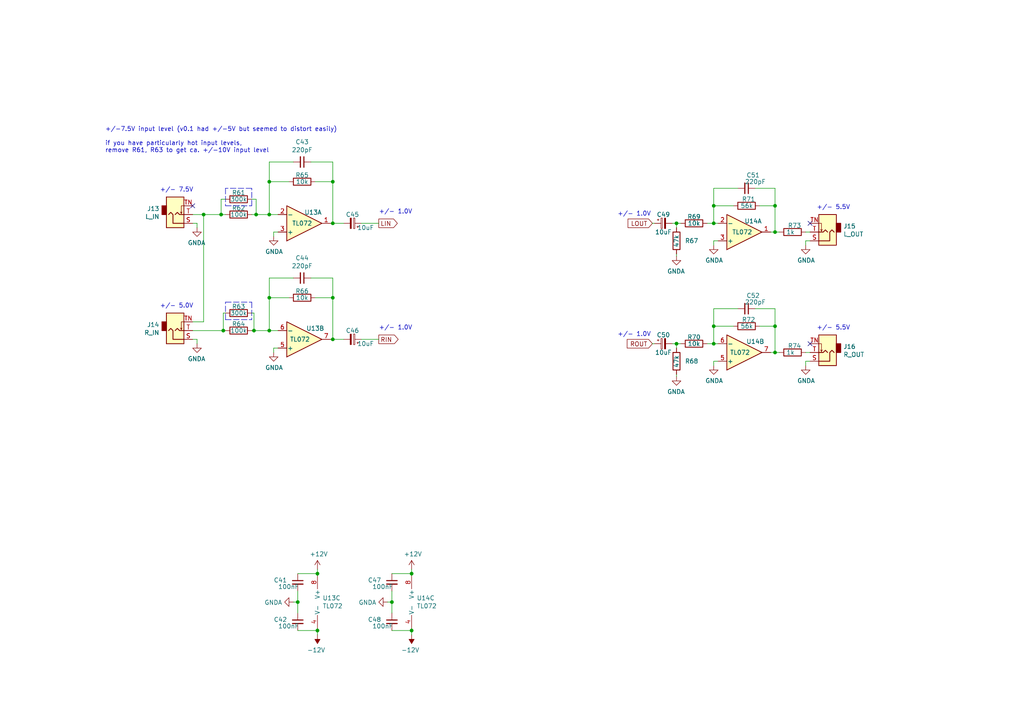
<source format=kicad_sch>
(kicad_sch (version 20211123) (generator eeschema)
  (paper "A4")
  (lib_symbols
    (symbol "Amplifier_Operational:TL072" (pin_names (offset 0.127))
      (property "Reference" "U" (at 0 5.08 0))
      (property "Value" "TL072" (at 0 -5.08 0))
      (symbol "TL072_1_1"
        (polyline (pts (xy -5.08 5.08) (xy 5.08 0) (xy -5.08 -5.08) (xy -5.08 5.08)) (stroke (width 0.254)) (fill (type background)))
        (pin output line (at 7.62 0 180) (length 2.54) (name "~") (number "1"))
        (pin input line (at -7.62 -2.54 0) (length 2.54) (name "-") (number "2"))
        (pin input line (at -7.62 2.54 0) (length 2.54) (name "+") (number "3"))
      )
      (symbol "TL072_2_1"
        (polyline (pts (xy -5.08 5.08) (xy 5.08 0) (xy -5.08 -5.08) (xy -5.08 5.08)) (stroke (width 0.254)) (fill (type background)))
        (pin input line (at -7.62 2.54 0) (length 2.54) (name "+") (number "5"))
        (pin input line (at -7.62 -2.54 0) (length 2.54) (name "-") (number "6"))
        (pin output line (at 7.62 0 180) (length 2.54) (name "~") (number "7"))
      )
      (symbol "TL072_3_1"
        (pin power_in line (at -2.54 -7.62 90) (length 3.81) (name "V-") (number "4"))
        (pin power_in line (at -2.54 7.62 270) (length 3.81) (name "V+") (number "8"))
      )
    )
    (symbol "Connector:AudioJack2_SwitchT"
      (property "Reference" "J" (at 0 8.89 0))
      (property "Value" "AudioJack2_SwitchT" (at 0 6.35 0))
      (symbol "AudioJack2_SwitchT_0_1"
        (rectangle (start -2.54 0) (end -3.81 -2.54) (stroke (width 0.254)) (fill (type outline)))
        (polyline (pts (xy 1.778 -0.254) (xy 2.032 -0.762)))
        (polyline (pts (xy 0 0) (xy 0.635 -0.635) (xy 1.27 0) (xy 2.54 0)) (stroke (width 0.254)))
        (polyline (pts (xy 2.54 -2.54) (xy 1.778 -2.54) (xy 1.778 -0.254) (xy 1.524 -0.762)))
        (polyline (pts (xy 2.54 2.54) (xy -0.635 2.54) (xy -0.635 0) (xy -1.27 -0.635) (xy -1.905 0)) (stroke (width 0.254)))
        (rectangle (start 2.54 3.81) (end -2.54 -5.08) (stroke (width 0.254)) (fill (type background)))
      )
      (symbol "AudioJack2_SwitchT_1_1"
        (pin passive line (at 5.08 2.54 180) (length 2.54) (name "~") (number "S"))
        (pin passive line (at 5.08 0 180) (length 2.54) (name "~") (number "T"))
        (pin passive line (at 5.08 -2.54 180) (length 2.54) (name "~") (number "TN"))
      )
    )
    (symbol "Device:C_Polarized_Small" (pin_numbers hide) (pin_names (offset 0.254) hide)
      (property "Reference" "C" (at 0.254 1.778 0))
      (property "Value" "C_Polarized_Small" (at 0.254 -2.032 0))
      (symbol "C_Polarized_Small_0_1"
        (rectangle (start -1.524 -0.3048) (end 1.524 -0.6858) (fill (type outline)))
        (rectangle (start -1.524 0.6858) (end 1.524 0.3048))
        (polyline (pts (xy -1.27 1.524) (xy -0.762 1.524)))
        (polyline (pts (xy -1.016 1.27) (xy -1.016 1.778)))
      )
      (symbol "C_Polarized_Small_1_1"
        (pin passive line (at 0 2.54 270) (length 1.8542) (name "~") (number "1"))
        (pin passive line (at 0 -2.54 90) (length 1.8542) (name "~") (number "2"))
      )
    )
    (symbol "Device:C_Small" (pin_numbers hide) (pin_names (offset 0.254) hide)
      (property "Reference" "C" (at 0.254 1.778 0))
      (property "Value" "C_Small" (at 0.254 -2.032 0))
      (symbol "C_Small_0_1"
        (polyline (pts (xy -1.524 -0.508) (xy 1.524 -0.508)) (stroke (width 0.3302)))
        (polyline (pts (xy -1.524 0.508) (xy 1.524 0.508)) (stroke (width 0.3048)))
      )
      (symbol "C_Small_1_1"
        (pin passive line (at 0 2.54 270) (length 2.032) (name "~") (number "1"))
        (pin passive line (at 0 -2.54 90) (length 2.032) (name "~") (number "2"))
      )
    )
    (symbol "Device:R" (pin_numbers hide) (pin_names (offset 0))
      (property "Reference" "R" (at 2.032 0 90))
      (property "Value" "R" (at 0 0 90))
      (symbol "R_0_1"
        (rectangle (start -1.016 -2.54) (end 1.016 2.54) (stroke (width 0.254)))
      )
      (symbol "R_1_1"
        (pin passive line (at 0 3.81 270) (length 1.27) (name "~") (number "1"))
        (pin passive line (at 0 -3.81 90) (length 1.27) (name "~") (number "2"))
      )
    )
    (symbol "power:+12V" (power) (pin_names (offset 0))
      (property "Value" "+12V" (at 0 3.556 0))
      (symbol "+12V_0_1"
        (polyline (pts (xy -0.762 1.27) (xy 0 2.54)))
        (polyline (pts (xy 0 0) (xy 0 2.54)))
        (polyline (pts (xy 0 2.54) (xy 0.762 1.27)))
      )
      (symbol "+12V_1_1"
        (pin power_in line (at 0 0 90) (length 0) hide (name "+12V") (number "1"))
      )
    )
    (symbol "power:-12V" (power) (pin_names (offset 0))
      (property "Value" "-12V" (at 0 3.81 0))
      (symbol "-12V_0_0"
        (pin power_in line (at 0 0 90) (length 0) hide (name "-12V") (number "1"))
      )
      (symbol "-12V_0_1"
        (polyline (pts (xy 0 0) (xy 0 1.27) (xy 0.762 1.27) (xy 0 2.54) (xy -0.762 1.27) (xy 0 1.27)) (fill (type outline)))
      )
    )
    (symbol "power:GNDA" (power) (pin_names (offset 0))
      (property "Value" "GNDA" (at 0 -3.81 0))
      (symbol "GNDA_0_1"
        (polyline (pts (xy 0 0) (xy 0 -1.27) (xy 1.27 -1.27) (xy 0 -2.54) (xy -1.27 -1.27) (xy 0 -1.27)))
      )
      (symbol "GNDA_1_1"
        (pin power_in line (at 0 0 270) (length 0) hide (name "GNDA") (number "1"))
      )
    )
  )
  (junction (at 78.105 86.36))
  (junction (at 196.215 99.695))
  (junction (at 78.105 62.23))
  (junction (at 96.52 52.705))
  (junction (at 207.01 94.615))
  (junction (at 96.52 64.77))
  (junction (at 73.66 95.885))
  (junction (at 96.52 98.425))
  (junction (at 224.79 67.31))
  (junction (at 119.38 166.37))
  (junction (at 74.295 62.23))
  (junction (at 78.105 95.885))
  (junction (at 96.52 86.36))
  (junction (at 113.665 174.625))
  (junction (at 207.01 59.69))
  (junction (at 64.135 62.23))
  (junction (at 59.055 62.23))
  (junction (at 119.38 182.88))
  (junction (at 196.215 64.77))
  (junction (at 64.77 95.885))
  (junction (at 207.01 99.695))
  (junction (at 92.075 182.88))
  (junction (at 207.01 64.77))
  (junction (at 86.36 174.625))
  (junction (at 224.79 102.235))
  (junction (at 224.79 94.615))
  (junction (at 224.79 59.69))
  (junction (at 92.075 166.37))
  (junction (at 78.105 52.705))
  (no_connect (at 55.88 59.69))
  (no_connect (at 234.95 99.695))
  (no_connect (at 234.95 64.77))
  (wire (pts (xy 233.68 69.85) (xy 234.95 69.85)))
  (wire (pts (xy 207.01 54.61) (xy 213.995 54.61)))
  (wire (pts (xy 92.075 182.245) (xy 92.075 182.88)))
  (wire (pts (xy 64.135 62.23) (xy 65.405 62.23)))
  (polyline (pts (xy 65.405 59.69) (xy 73.025 59.69)))
  (wire (pts (xy 95.885 64.77) (xy 96.52 64.77)))
  (wire (pts (xy 224.79 67.31) (xy 223.52 67.31)))
  (wire (pts (xy 57.15 99.695) (xy 57.15 98.425)))
  (wire (pts (xy 91.44 52.705) (xy 96.52 52.705)))
  (wire (pts (xy 119.38 182.88) (xy 113.665 182.88)))
  (wire (pts (xy 96.52 80.645) (xy 96.52 86.36)))
  (wire (pts (xy 78.105 62.23) (xy 74.295 62.23)))
  (polyline (pts (xy 65.405 54.61) (xy 65.405 59.69)))
  (wire (pts (xy 79.375 102.235) (xy 79.375 100.965)))
  (wire (pts (xy 207.01 64.77) (xy 205.105 64.77)))
  (wire (pts (xy 78.105 95.885) (xy 80.645 95.885)))
  (polyline (pts (xy 73.025 54.61) (xy 65.405 54.61)))
  (wire (pts (xy 92.075 165.1) (xy 92.075 166.37)))
  (wire (pts (xy 91.44 86.36) (xy 96.52 86.36)))
  (wire (pts (xy 78.105 80.645) (xy 78.105 86.36)))
  (wire (pts (xy 86.36 174.625) (xy 86.36 171.45)))
  (wire (pts (xy 78.105 86.36) (xy 78.105 95.885)))
  (wire (pts (xy 208.28 64.77) (xy 207.01 64.77)))
  (wire (pts (xy 109.855 64.77) (xy 104.775 64.77)))
  (wire (pts (xy 59.055 62.23) (xy 59.055 93.345)))
  (wire (pts (xy 85.09 174.625) (xy 86.36 174.625)))
  (wire (pts (xy 95.885 98.425) (xy 96.52 98.425)))
  (wire (pts (xy 197.485 64.77) (xy 196.215 64.77)))
  (wire (pts (xy 96.52 86.36) (xy 96.52 98.425)))
  (wire (pts (xy 196.215 64.77) (xy 196.215 66.04)))
  (wire (pts (xy 109.855 98.425) (xy 104.775 98.425)))
  (wire (pts (xy 224.79 89.535) (xy 224.79 94.615)))
  (wire (pts (xy 207.01 106.045) (xy 207.01 104.775)))
  (wire (pts (xy 65.405 90.805) (xy 64.77 90.805)))
  (wire (pts (xy 233.68 71.12) (xy 233.68 69.85)))
  (wire (pts (xy 119.38 184.15) (xy 119.38 182.88)))
  (wire (pts (xy 92.075 184.15) (xy 92.075 182.88)))
  (wire (pts (xy 119.38 182.245) (xy 119.38 182.88)))
  (wire (pts (xy 207.01 94.615) (xy 207.01 89.535)))
  (wire (pts (xy 78.105 52.705) (xy 78.105 62.23)))
  (wire (pts (xy 224.79 54.61) (xy 224.79 59.69)))
  (wire (pts (xy 196.215 73.66) (xy 196.215 74.295)))
  (wire (pts (xy 233.68 104.775) (xy 234.95 104.775)))
  (wire (pts (xy 57.15 64.77) (xy 55.88 64.77)))
  (polyline (pts (xy 73.025 59.69) (xy 73.025 54.61)))
  (wire (pts (xy 207.01 99.695) (xy 207.01 94.615)))
  (wire (pts (xy 79.375 67.31) (xy 80.645 67.31)))
  (wire (pts (xy 86.36 177.8) (xy 86.36 174.625)))
  (wire (pts (xy 207.01 69.85) (xy 208.28 69.85)))
  (wire (pts (xy 74.295 62.23) (xy 73.025 62.23)))
  (wire (pts (xy 224.79 94.615) (xy 224.79 102.235)))
  (wire (pts (xy 207.01 59.69) (xy 207.01 54.61)))
  (wire (pts (xy 78.105 46.99) (xy 85.09 46.99)))
  (wire (pts (xy 112.395 174.625) (xy 113.665 174.625)))
  (wire (pts (xy 73.66 95.885) (xy 73.025 95.885)))
  (wire (pts (xy 194.945 64.77) (xy 196.215 64.77)))
  (wire (pts (xy 207.01 89.535) (xy 213.995 89.535)))
  (wire (pts (xy 224.79 59.69) (xy 224.79 67.31)))
  (wire (pts (xy 113.665 166.37) (xy 119.38 166.37)))
  (wire (pts (xy 57.15 98.425) (xy 55.88 98.425)))
  (wire (pts (xy 207.01 59.69) (xy 212.725 59.69)))
  (wire (pts (xy 207.01 104.775) (xy 208.28 104.775)))
  (wire (pts (xy 73.025 57.785) (xy 74.295 57.785)))
  (wire (pts (xy 57.15 66.04) (xy 57.15 64.77)))
  (wire (pts (xy 73.025 90.805) (xy 73.66 90.805)))
  (wire (pts (xy 78.105 52.705) (xy 78.105 46.99)))
  (wire (pts (xy 78.105 62.23) (xy 80.645 62.23)))
  (wire (pts (xy 78.105 80.645) (xy 85.09 80.645)))
  (wire (pts (xy 224.79 102.235) (xy 226.06 102.235)))
  (wire (pts (xy 90.17 80.645) (xy 96.52 80.645)))
  (polyline (pts (xy 65.405 92.71) (xy 65.405 87.63)))
  (wire (pts (xy 86.36 166.37) (xy 92.075 166.37)))
  (wire (pts (xy 219.075 89.535) (xy 224.79 89.535)))
  (wire (pts (xy 96.52 46.99) (xy 96.52 52.705)))
  (wire (pts (xy 78.105 95.885) (xy 73.66 95.885)))
  (wire (pts (xy 189.865 99.695) (xy 189.23 99.695)))
  (wire (pts (xy 224.79 102.235) (xy 223.52 102.235)))
  (wire (pts (xy 59.055 62.23) (xy 64.135 62.23)))
  (wire (pts (xy 207.01 71.12) (xy 207.01 69.85)))
  (wire (pts (xy 74.295 57.785) (xy 74.295 62.23)))
  (polyline (pts (xy 73.025 87.63) (xy 73.025 92.71)))
  (wire (pts (xy 196.215 108.585) (xy 196.215 109.22)))
  (wire (pts (xy 55.88 95.885) (xy 64.77 95.885)))
  (wire (pts (xy 207.01 64.77) (xy 207.01 59.69)))
  (polyline (pts (xy 65.405 87.63) (xy 73.025 87.63)))
  (wire (pts (xy 90.17 46.99) (xy 96.52 46.99)))
  (wire (pts (xy 194.945 99.695) (xy 196.215 99.695)))
  (wire (pts (xy 92.075 166.37) (xy 92.075 167.005)))
  (wire (pts (xy 189.865 64.77) (xy 189.23 64.77)))
  (wire (pts (xy 83.82 52.705) (xy 78.105 52.705)))
  (wire (pts (xy 197.485 99.695) (xy 196.215 99.695)))
  (wire (pts (xy 92.075 182.88) (xy 86.36 182.88)))
  (wire (pts (xy 196.215 99.695) (xy 196.215 100.965)))
  (wire (pts (xy 220.345 59.69) (xy 224.79 59.69)))
  (wire (pts (xy 99.695 98.425) (xy 96.52 98.425)))
  (wire (pts (xy 79.375 68.58) (xy 79.375 67.31)))
  (wire (pts (xy 64.77 90.805) (xy 64.77 95.885)))
  (wire (pts (xy 99.695 64.77) (xy 96.52 64.77)))
  (wire (pts (xy 224.79 67.31) (xy 226.06 67.31)))
  (wire (pts (xy 64.77 95.885) (xy 65.405 95.885)))
  (wire (pts (xy 220.345 94.615) (xy 224.79 94.615)))
  (wire (pts (xy 64.135 57.785) (xy 64.135 62.23)))
  (wire (pts (xy 233.68 106.045) (xy 233.68 104.775)))
  (wire (pts (xy 79.375 100.965) (xy 80.645 100.965)))
  (wire (pts (xy 233.68 102.235) (xy 234.95 102.235)))
  (wire (pts (xy 119.38 165.1) (xy 119.38 166.37)))
  (wire (pts (xy 219.075 54.61) (xy 224.79 54.61)))
  (wire (pts (xy 65.405 57.785) (xy 64.135 57.785)))
  (wire (pts (xy 119.38 166.37) (xy 119.38 167.005)))
  (wire (pts (xy 59.055 93.345) (xy 55.88 93.345)))
  (wire (pts (xy 83.82 86.36) (xy 78.105 86.36)))
  (wire (pts (xy 233.68 67.31) (xy 234.95 67.31)))
  (wire (pts (xy 113.665 177.8) (xy 113.665 174.625)))
  (wire (pts (xy 55.88 62.23) (xy 59.055 62.23)))
  (wire (pts (xy 207.01 94.615) (xy 212.725 94.615)))
  (wire (pts (xy 113.665 174.625) (xy 113.665 171.45)))
  (polyline (pts (xy 65.405 92.71) (xy 73.025 92.71)))
  (wire (pts (xy 73.66 90.805) (xy 73.66 95.885)))
  (wire (pts (xy 207.01 99.695) (xy 205.105 99.695)))
  (wire (pts (xy 96.52 52.705) (xy 96.52 64.77)))
  (wire (pts (xy 208.28 99.695) (xy 207.01 99.695)))
  (text "+/- 7.5V" (at 46.355 55.88 0) (effects (font (size 1.27 1.27)) (justify left bottom)))
  (text "+/-7.5V input level (v0.1 had +/-5V but seemed to distort easily)\n\nif you have particularly hot input levels,\nremove R61, R63 to get ca. +/-10V input level" (at 30.48 44.45 0) (effects (font (size 1.27 1.27)) (justify left bottom)))
  (text "+/- 1.0V" (at 179.07 97.79 0) (effects (font (size 1.27 1.27)) (justify left bottom)))
  (text "+/- 1.0V" (at 179.07 62.865 0) (effects (font (size 1.27 1.27)) (justify left bottom)))
  (text "+/- 5.0V" (at 46.355 89.535 0) (effects (font (size 1.27 1.27)) (justify left bottom)))
  (text "+/- 5.5V" (at 236.855 95.885 0) (effects (font (size 1.27 1.27)) (justify left bottom)))
  (text "+/- 1.0V" (at 109.855 62.23 0) (effects (font (size 1.27 1.27)) (justify left bottom)))
  (text "+/- 5.5V" (at 236.855 60.96 0) (effects (font (size 1.27 1.27)) (justify left bottom)))
  (text "+/- 1.0V" (at 109.855 95.885 0) (effects (font (size 1.27 1.27)) (justify left bottom)))
  (global_label "RIN" (shape output) (at 109.855 98.425 0) (property "Intersheet References" "${INTERSHEET_REFS}" (effects hide)))
  (global_label "LIN" (shape output) (at 109.855 64.77 0) (property "Intersheet References" "${INTERSHEET_REFS}" (effects hide)))
  (global_label "LOUT" (shape input) (at 189.23 64.77 180) (property "Intersheet References" "${INTERSHEET_REFS}" (effects hide)))
  (global_label "ROUT" (shape input) (at 189.23 99.695 180) (property "Intersheet References" "${INTERSHEET_REFS}" (effects hide)))
  (symbol (lib_id "Amplifier_Operational:TL072") (at 88.265 98.425 0) (mirror x) (unit 2)
    (property "Reference" "U13" (at 91.44 95.25 0))
    (property "Value" "TL072" (at 86.995 98.425 0))
    (property "Footprint" "foots:SOIC-8-1EP_3.9x4.9mm_P1.27mm_EP2.29x3mm_3D" (effects hide))
    (property "Datasheet" "http://www.ti.com/lit/ds/symlink/tl071.pdf" (effects hide))
    (property "LCSC" "C6961" (effects hide))
  )
  (symbol (lib_id "Device:R") (at 69.215 90.805 90) (mirror x) (unit 1)
    (property "Reference" "R63" (at 69.215 88.9 90))
    (property "Value" "300k" (at 69.215 90.805 90))
    (property "Footprint" "Resistor_SMD:R_0603_1608Metric_Pad0.98x0.95mm_HandSolder" (effects hide))
    (property "LCSC" "C25803" (effects hide))
  )
  (symbol (lib_id "Device:R") (at 69.215 57.785 90) (mirror x) (unit 1)
    (property "Reference" "R61" (at 69.215 55.88 90))
    (property "Value" "300k" (at 69.215 57.785 90))
    (property "Footprint" "Resistor_SMD:R_0603_1608Metric_Pad0.98x0.95mm_HandSolder" (effects hide))
    (property "LCSC" "C25803" (effects hide))
  )
  (symbol (lib_id "Device:C_Small") (at 87.63 46.99 270) (unit 1)
    (property "Reference" "C43" (at 87.63 41.1734 90))
    (property "Value" "220pF" (at 87.63 43.4848 90))
    (property "Footprint" "Capacitor_SMD:C_0603_1608Metric_Pad1.08x0.95mm_HandSolder" (effects hide))
    (property "LCSC" "C1603" (effects hide))
  )
  (symbol (lib_id "Device:C_Small") (at 87.63 80.645 270) (unit 1)
    (property "Reference" "C44" (at 87.63 74.8284 90))
    (property "Value" "220pF" (at 87.63 77.1398 90))
    (property "Footprint" "Capacitor_SMD:C_0603_1608Metric_Pad1.08x0.95mm_HandSolder" (effects hide))
    (property "LCSC" "C1603" (effects hide))
  )
  (symbol (lib_id "Amplifier_Operational:TL072") (at 94.615 174.625 0) (unit 3)
    (property "Reference" "U13" (at 93.5482 173.4566 0) (effects (justify left)))
    (property "Value" "TL072" (at 93.5482 175.768 0) (effects (justify left)))
    (property "Footprint" "foots:SOIC-8-1EP_3.9x4.9mm_P1.27mm_EP2.29x3mm_3D" (effects hide))
    (property "Datasheet" "http://www.ti.com/lit/ds/symlink/tl071.pdf" (effects hide))
    (property "LCSC" "C6961" (effects hide))
  )
  (symbol (lib_id "Device:C_Small") (at 86.36 168.91 0) (unit 1)
    (property "Reference" "C41" (at 79.375 168.275 0) (effects (justify left)))
    (property "Value" "100nF" (at 80.645 170.18 0) (effects (justify left)))
    (property "Footprint" "Capacitor_SMD:C_0603_1608Metric_Pad1.08x0.95mm_HandSolder" (effects hide))
    (property "LCSC" "C14663" (effects hide))
  )
  (symbol (lib_id "power:+12V") (at 92.075 165.1 0) (unit 1)
    (property "Reference" "#PWR0115" (effects hide))
    (property "Value" "+12V" (at 92.456 160.7058 0))
  )
  (symbol (lib_id "power:-12V") (at 92.075 184.15 180) (unit 1)
    (property "Reference" "#PWR0116" (effects hide))
    (property "Value" "-12V" (at 91.694 188.5442 0))
  )
  (symbol (lib_id "Amplifier_Operational:TL072") (at 121.92 174.625 0) (unit 3)
    (property "Reference" "U14" (at 120.8532 173.4566 0) (effects (justify left)))
    (property "Value" "TL072" (at 120.8532 175.768 0) (effects (justify left)))
    (property "Footprint" "foots:SOIC-8-1EP_3.9x4.9mm_P1.27mm_EP2.29x3mm_3D" (effects hide))
    (property "Datasheet" "http://www.ti.com/lit/ds/symlink/tl071.pdf" (effects hide))
    (property "LCSC" "C6961" (effects hide))
  )
  (symbol (lib_id "Device:C_Small") (at 86.36 180.34 0) (unit 1)
    (property "Reference" "C42" (at 79.375 179.705 0) (effects (justify left)))
    (property "Value" "100nF" (at 80.645 181.61 0) (effects (justify left)))
    (property "Footprint" "Capacitor_SMD:C_0603_1608Metric_Pad1.08x0.95mm_HandSolder" (effects hide))
    (property "LCSC" "C14663" (effects hide))
  )
  (symbol (lib_id "power:+12V") (at 119.38 165.1 0) (unit 1)
    (property "Reference" "#PWR0118" (effects hide))
    (property "Value" "+12V" (at 119.761 160.7058 0))
  )
  (symbol (lib_id "power:-12V") (at 119.38 184.15 180) (unit 1)
    (property "Reference" "#PWR0119" (effects hide))
    (property "Value" "-12V" (at 118.999 188.5442 0))
  )
  (symbol (lib_id "power:GNDA") (at 85.09 174.625 270) (unit 1)
    (property "Reference" "#PWR0114" (effects hide))
    (property "Value" "GNDA" (at 81.8642 174.752 90) (effects (justify right)))
  )
  (symbol (lib_id "Device:C_Small") (at 113.665 168.91 0) (unit 1)
    (property "Reference" "C47" (at 106.68 168.275 0) (effects (justify left)))
    (property "Value" "100nF" (at 107.95 170.18 0) (effects (justify left)))
    (property "Footprint" "Capacitor_SMD:C_0603_1608Metric_Pad1.08x0.95mm_HandSolder" (effects hide))
    (property "LCSC" "C14663" (effects hide))
  )
  (symbol (lib_id "Device:C_Small") (at 113.665 180.34 0) (unit 1)
    (property "Reference" "C48" (at 106.68 179.705 0) (effects (justify left)))
    (property "Value" "100nF" (at 107.95 181.61 0) (effects (justify left)))
    (property "Footprint" "Capacitor_SMD:C_0603_1608Metric_Pad1.08x0.95mm_HandSolder" (effects hide))
    (property "LCSC" "C14663" (effects hide))
  )
  (symbol (lib_id "power:GNDA") (at 112.395 174.625 270) (unit 1)
    (property "Reference" "#PWR0117" (effects hide))
    (property "Value" "GNDA" (at 109.1692 174.752 90) (effects (justify right)))
  )
  (symbol (lib_id "Device:C_Polarized_Small") (at 102.235 64.77 270) (mirror x) (unit 1)
    (property "Reference" "C45" (at 102.235 62.23 90))
    (property "Value" "10uF" (at 106.045 66.04 90))
    (property "Footprint" "Capacitor_SMD:CP_Elec_4x5.4" (effects hide))
    (property "LCSC" "C249817" (effects hide))
  )
  (symbol (lib_id "power:GNDA") (at 196.215 74.295 0) (mirror y) (unit 1)
    (property "Reference" "#PWR0120" (effects hide))
    (property "Value" "GNDA" (at 196.088 78.6892 0))
  )
  (symbol (lib_id "Device:R") (at 196.215 69.85 0) (mirror y) (unit 1)
    (property "Reference" "R67" (at 202.565 69.85 0) (effects (justify left)))
    (property "Value" "47k" (at 196.215 71.755 90) (effects (justify left)))
    (property "Footprint" "Resistor_SMD:R_0603_1608Metric_Pad0.98x0.95mm_HandSolder" (effects hide))
    (property "LCSC" "C25819" (effects hide))
  )
  (symbol (lib_id "Device:C_Polarized_Small") (at 192.405 64.77 90) (mirror x) (unit 1)
    (property "Reference" "C49" (at 192.405 62.23 90))
    (property "Value" "10uF" (at 192.405 67.31 90))
    (property "Footprint" "Capacitor_SMD:CP_Elec_4x5.4" (effects hide))
    (property "LCSC" "C249817" (effects hide))
  )
  (symbol (lib_id "Device:R") (at 201.295 64.77 90) (mirror x) (unit 1)
    (property "Reference" "R69" (at 201.295 62.865 90))
    (property "Value" "10k" (at 201.295 64.77 90))
    (property "Footprint" "Resistor_SMD:R_0603_1608Metric_Pad0.98x0.95mm_HandSolder" (effects hide))
    (property "LCSC" "C25804" (effects hide))
  )
  (symbol (lib_id "Amplifier_Operational:TL072") (at 215.9 67.31 0) (mirror x) (unit 1)
    (property "Reference" "U14" (at 218.44 64.135 0))
    (property "Value" "TL072" (at 215.265 67.31 0))
    (property "Footprint" "foots:SOIC-8-1EP_3.9x4.9mm_P1.27mm_EP2.29x3mm_3D" (effects hide))
    (property "Datasheet" "http://www.ti.com/lit/ds/symlink/tl071.pdf" (effects hide))
    (property "LCSC" "C6961" (effects hide))
  )
  (symbol (lib_id "Device:R") (at 216.535 59.69 90) (mirror x) (unit 1)
    (property "Reference" "R71" (at 219.075 57.785 90) (effects (justify left)))
    (property "Value" "56k" (at 218.44 59.69 90) (effects (justify left)))
    (property "Footprint" "Resistor_SMD:R_0603_1608Metric_Pad0.98x0.95mm_HandSolder" (effects hide))
    (property "LCSC" "C23206" (effects hide))
  )
  (symbol (lib_id "power:GNDA") (at 207.01 71.12 0) (unit 1)
    (property "Reference" "#PWR0122" (effects hide))
    (property "Value" "GNDA" (at 207.137 75.5142 0))
  )
  (symbol (lib_id "Device:R") (at 229.87 67.31 90) (mirror x) (unit 1)
    (property "Reference" "R73" (at 232.41 65.405 90) (effects (justify left)))
    (property "Value" "1k" (at 230.505 67.31 90) (effects (justify left)))
    (property "Footprint" "Resistor_SMD:R_0603_1608Metric_Pad0.98x0.95mm_HandSolder" (effects hide))
    (property "LCSC" "C21190" (effects hide))
  )
  (symbol (lib_id "Device:C_Small") (at 216.535 54.61 270) (unit 1)
    (property "Reference" "C51" (at 218.44 50.8 90))
    (property "Value" "220pF" (at 219.075 52.705 90))
    (property "Footprint" "Capacitor_SMD:C_0603_1608Metric_Pad1.08x0.95mm_HandSolder" (effects hide))
    (property "LCSC" "C1603" (effects hide))
  )
  (symbol (lib_id "power:GNDA") (at 233.68 71.12 0) (unit 1)
    (property "Reference" "#PWR0124" (effects hide))
    (property "Value" "GNDA" (at 233.807 75.5142 0))
  )
  (symbol (lib_id "Connector:AudioJack2_SwitchT") (at 240.03 67.31 180) (unit 1)
    (property "Reference" "J15" (at 244.602 65.6082 0) (effects (justify right)))
    (property "Value" "L_OUT" (at 244.602 67.9196 0) (effects (justify right)))
    (property "Footprint" "foots:WQP-PJ301M" (effects hide))
    (property "LCSC" "-" (effects hide))
  )
  (symbol (lib_id "power:GNDA") (at 196.215 109.22 0) (mirror y) (unit 1)
    (property "Reference" "#PWR0121" (effects hide))
    (property "Value" "GNDA" (at 196.088 113.6142 0))
  )
  (symbol (lib_id "Device:R") (at 196.215 104.775 0) (mirror y) (unit 1)
    (property "Reference" "R68" (at 202.565 104.775 0) (effects (justify left)))
    (property "Value" "47k" (at 196.215 106.68 90) (effects (justify left)))
    (property "Footprint" "Resistor_SMD:R_0603_1608Metric_Pad0.98x0.95mm_HandSolder" (effects hide))
    (property "LCSC" "C25819" (effects hide))
  )
  (symbol (lib_id "Device:C_Polarized_Small") (at 192.405 99.695 90) (mirror x) (unit 1)
    (property "Reference" "C50" (at 192.405 97.155 90))
    (property "Value" "10uF" (at 192.405 102.235 90))
    (property "Footprint" "Capacitor_SMD:CP_Elec_4x5.4" (effects hide))
    (property "LCSC" "C249817" (effects hide))
  )
  (symbol (lib_id "Device:R") (at 201.295 99.695 90) (mirror x) (unit 1)
    (property "Reference" "R70" (at 201.295 97.79 90))
    (property "Value" "10k" (at 201.295 99.695 90))
    (property "Footprint" "Resistor_SMD:R_0603_1608Metric_Pad0.98x0.95mm_HandSolder" (effects hide))
    (property "LCSC" "C25804" (effects hide))
  )
  (symbol (lib_id "Device:R") (at 216.535 94.615 90) (mirror x) (unit 1)
    (property "Reference" "R72" (at 219.075 92.71 90) (effects (justify left)))
    (property "Value" "56k" (at 218.44 94.615 90) (effects (justify left)))
    (property "Footprint" "Resistor_SMD:R_0603_1608Metric_Pad0.98x0.95mm_HandSolder" (effects hide))
    (property "LCSC" "C23206" (effects hide))
  )
  (symbol (lib_id "power:GNDA") (at 207.01 106.045 0) (unit 1)
    (property "Reference" "#PWR0123" (effects hide))
    (property "Value" "GNDA" (at 207.137 110.4392 0))
  )
  (symbol (lib_id "Device:R") (at 229.87 102.235 90) (mirror x) (unit 1)
    (property "Reference" "R74" (at 232.41 100.33 90) (effects (justify left)))
    (property "Value" "1k" (at 230.505 102.235 90) (effects (justify left)))
    (property "Footprint" "Resistor_SMD:R_0603_1608Metric_Pad0.98x0.95mm_HandSolder" (effects hide))
    (property "LCSC" "C21190" (effects hide))
  )
  (symbol (lib_id "Device:C_Small") (at 216.535 89.535 270) (unit 1)
    (property "Reference" "C52" (at 218.44 85.725 90))
    (property "Value" "220pF" (at 219.075 87.63 90))
    (property "Footprint" "Capacitor_SMD:C_0603_1608Metric_Pad1.08x0.95mm_HandSolder" (effects hide))
    (property "LCSC" "C1603" (effects hide))
  )
  (symbol (lib_id "power:GNDA") (at 233.68 106.045 0) (unit 1)
    (property "Reference" "#PWR0125" (effects hide))
    (property "Value" "GNDA" (at 233.807 110.4392 0))
  )
  (symbol (lib_id "Connector:AudioJack2_SwitchT") (at 240.03 102.235 180) (unit 1)
    (property "Reference" "J16" (at 244.602 100.5332 0) (effects (justify right)))
    (property "Value" "R_OUT" (at 244.602 102.8446 0) (effects (justify right)))
    (property "Footprint" "foots:WQP-PJ301M" (effects hide))
    (property "LCSC" "-" (effects hide))
  )
  (symbol (lib_id "Amplifier_Operational:TL072") (at 215.9 102.235 0) (mirror x) (unit 2)
    (property "Reference" "U14" (at 219.075 99.06 0))
    (property "Value" "TL072" (at 214.63 102.235 0))
    (property "Footprint" "foots:SOIC-8-1EP_3.9x4.9mm_P1.27mm_EP2.29x3mm_3D" (effects hide))
    (property "Datasheet" "http://www.ti.com/lit/ds/symlink/tl071.pdf" (effects hide))
    (property "LCSC" "C6961" (effects hide))
  )
  (symbol (lib_id "power:GNDA") (at 57.15 66.04 0) (mirror y) (unit 1)
    (property "Reference" "#PWR0110" (effects hide))
    (property "Value" "GNDA" (at 57.023 70.4342 0))
  )
  (symbol (lib_id "Connector:AudioJack2_SwitchT") (at 50.8 62.23 0) (mirror x) (unit 1)
    (property "Reference" "J13" (at 46.2534 60.5282 0) (effects (justify right)))
    (property "Value" "L_IN" (at 46.2534 62.8396 0) (effects (justify right)))
    (property "Footprint" "foots:WQP-PJ301M" (effects hide))
    (property "LCSC" "-" (effects hide))
  )
  (symbol (lib_id "Device:R") (at 69.215 62.23 90) (mirror x) (unit 1)
    (property "Reference" "R62" (at 69.215 60.325 90))
    (property "Value" "100k" (at 69.215 62.23 90))
    (property "Footprint" "Resistor_SMD:R_0603_1608Metric_Pad0.98x0.95mm_HandSolder" (effects hide))
    (property "LCSC" "C25803" (effects hide))
  )
  (symbol (lib_id "Device:R") (at 87.63 52.705 90) (mirror x) (unit 1)
    (property "Reference" "R65" (at 87.63 50.8 90))
    (property "Value" "10k" (at 87.63 52.705 90))
    (property "Footprint" "Resistor_SMD:R_0603_1608Metric_Pad0.98x0.95mm_HandSolder" (effects hide))
    (property "LCSC" "C25804" (effects hide))
  )
  (symbol (lib_id "Amplifier_Operational:TL072") (at 88.265 64.77 0) (mirror x) (unit 1)
    (property "Reference" "U13" (at 90.805 61.595 0))
    (property "Value" "TL072" (at 87.63 64.77 0))
    (property "Footprint" "foots:SOIC-8-1EP_3.9x4.9mm_P1.27mm_EP2.29x3mm_3D" (effects hide))
    (property "Datasheet" "http://www.ti.com/lit/ds/symlink/tl071.pdf" (effects hide))
    (property "LCSC" "C6961" (effects hide))
  )
  (symbol (lib_id "power:GNDA") (at 79.375 68.58 0) (unit 1)
    (property "Reference" "#PWR0112" (effects hide))
    (property "Value" "GNDA" (at 79.502 72.9742 0))
  )
  (symbol (lib_id "Device:C_Polarized_Small") (at 102.235 98.425 270) (mirror x) (unit 1)
    (property "Reference" "C46" (at 102.235 95.885 90))
    (property "Value" "10uF" (at 106.045 99.695 90))
    (property "Footprint" "Capacitor_SMD:CP_Elec_4x5.4" (effects hide))
    (property "LCSC" "C249817" (effects hide))
  )
  (symbol (lib_id "power:GNDA") (at 57.15 99.695 0) (mirror y) (unit 1)
    (property "Reference" "#PWR0111" (effects hide))
    (property "Value" "GNDA" (at 57.023 104.0892 0))
  )
  (symbol (lib_id "Connector:AudioJack2_SwitchT") (at 50.8 95.885 0) (mirror x) (unit 1)
    (property "Reference" "J14" (at 46.228 94.1832 0) (effects (justify right)))
    (property "Value" "R_IN" (at 46.228 96.4946 0) (effects (justify right)))
    (property "Footprint" "foots:WQP-PJ301M" (effects hide))
    (property "LCSC" "-" (effects hide))
  )
  (symbol (lib_id "Device:R") (at 69.215 95.885 90) (mirror x) (unit 1)
    (property "Reference" "R64" (at 69.215 93.98 90))
    (property "Value" "100k" (at 69.215 95.885 90))
    (property "Footprint" "Resistor_SMD:R_0603_1608Metric_Pad0.98x0.95mm_HandSolder" (effects hide))
    (property "LCSC" "C25803" (effects hide))
  )
  (symbol (lib_id "Device:R") (at 87.63 86.36 90) (mirror x) (unit 1)
    (property "Reference" "R66" (at 87.63 84.455 90))
    (property "Value" "10k" (at 87.63 86.36 90))
    (property "Footprint" "Resistor_SMD:R_0603_1608Metric_Pad0.98x0.95mm_HandSolder" (effects hide))
    (property "LCSC" "C25804" (effects hide))
  )
  (symbol (lib_id "power:GNDA") (at 79.375 102.235 0) (unit 1)
    (property "Reference" "#PWR0113" (effects hide))
    (property "Value" "GNDA" (at 79.502 106.6292 0))
  )
)
</source>
